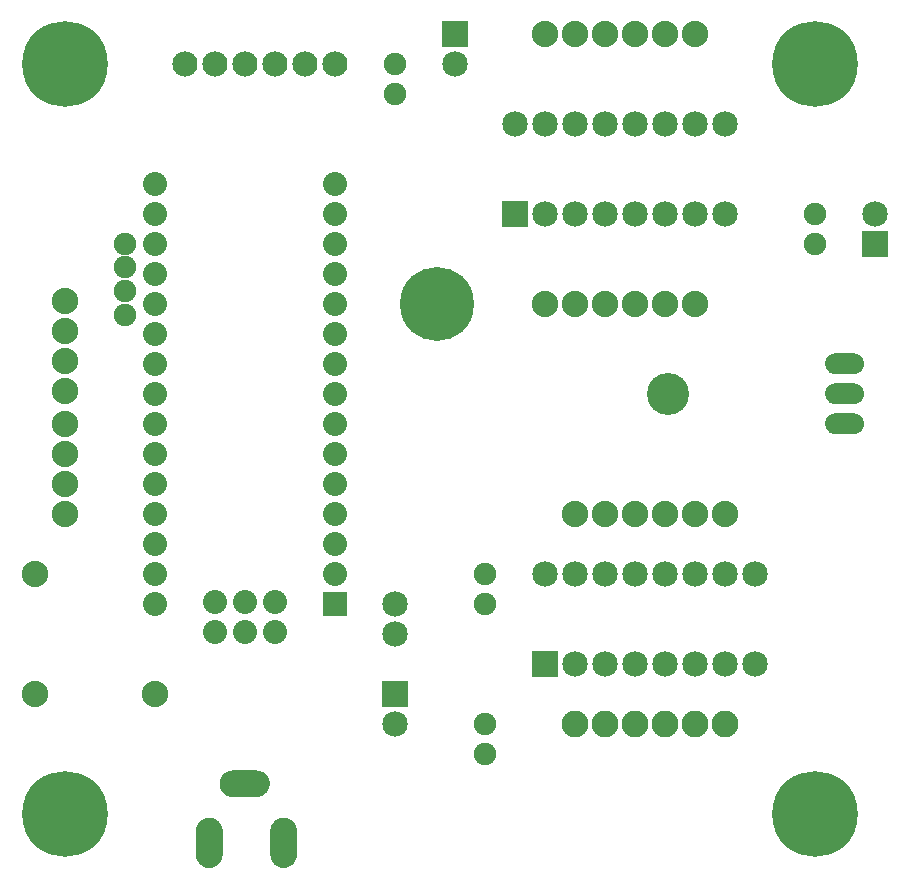
<source format=gbs>
G04 MADE WITH FRITZING*
G04 WWW.FRITZING.ORG*
G04 DOUBLE SIDED*
G04 HOLES PLATED*
G04 CONTOUR ON CENTER OF CONTOUR VECTOR*
%ASAXBY*%
%FSLAX23Y23*%
%MOIN*%
%OFA0B0*%
%SFA1.0B1.0*%
%ADD10C,0.088740*%
%ADD11C,0.285590*%
%ADD12C,0.246220*%
%ADD13C,0.088000*%
%ADD14C,0.075000*%
%ADD15C,0.085000*%
%ADD16C,0.089370*%
%ADD17C,0.070000*%
%ADD18C,0.140000*%
%ADD19C,0.080000*%
%ADD20C,0.084000*%
%ADD21R,0.085000X0.085000*%
%ADD22R,0.079958X0.080000*%
%ADD23C,0.030000*%
%ADD24R,0.001000X0.001000*%
%LNMASK0*%
G90*
G70*
G54D10*
X838Y301D03*
X1086Y301D03*
X956Y498D03*
G54D11*
X356Y2898D03*
G54D12*
X1595Y2098D03*
G54D11*
X2856Y2898D03*
X2856Y398D03*
X356Y398D03*
G54D13*
X356Y1398D03*
X356Y1498D03*
X356Y1598D03*
X356Y1698D03*
X356Y1398D03*
X356Y1498D03*
X356Y1598D03*
X356Y1698D03*
X356Y2108D03*
X356Y2008D03*
X356Y1908D03*
X356Y1808D03*
X256Y798D03*
X656Y798D03*
X256Y1198D03*
X256Y798D03*
G54D14*
X1756Y1198D03*
X1756Y1098D03*
X1456Y2798D03*
X1456Y2898D03*
X1756Y698D03*
X1756Y598D03*
X2856Y2298D03*
X2856Y2398D03*
G54D15*
X1656Y2998D03*
X1656Y2898D03*
X3056Y2298D03*
X3056Y2398D03*
X1456Y998D03*
X1456Y1098D03*
X1456Y798D03*
X1456Y698D03*
G54D16*
X2556Y698D03*
X2456Y698D03*
X2356Y698D03*
X2256Y698D03*
X2156Y698D03*
X2056Y698D03*
G54D13*
X2056Y1398D03*
X2156Y1398D03*
X2256Y1398D03*
X2356Y1398D03*
X2456Y1398D03*
X2556Y1398D03*
X2456Y2098D03*
X2356Y2098D03*
X2256Y2098D03*
X2156Y2098D03*
X2056Y2098D03*
X1956Y2098D03*
X1956Y2998D03*
X2056Y2998D03*
X2156Y2998D03*
X2256Y2998D03*
X2356Y2998D03*
X2456Y2998D03*
G54D17*
X2956Y1698D03*
X2956Y1798D03*
X2956Y1898D03*
G54D18*
X2366Y1798D03*
G54D19*
X1256Y1098D03*
X1256Y1198D03*
X1256Y1298D03*
X1256Y1398D03*
X1256Y1498D03*
X1256Y1598D03*
X1256Y1698D03*
X1256Y1798D03*
X1256Y1898D03*
X1256Y1998D03*
X1256Y2098D03*
X1256Y2198D03*
X1256Y2298D03*
X1256Y2398D03*
X1256Y2498D03*
X656Y1098D03*
X656Y1198D03*
X656Y1298D03*
X656Y1398D03*
X656Y1498D03*
X656Y1598D03*
X656Y1698D03*
X656Y1798D03*
X656Y1898D03*
X656Y1998D03*
X656Y2098D03*
X656Y2198D03*
X656Y2298D03*
X656Y2398D03*
X656Y2498D03*
X1056Y1003D03*
X1056Y1103D03*
X955Y1003D03*
X955Y1103D03*
X855Y1003D03*
X855Y1103D03*
G54D20*
X756Y2898D03*
X856Y2898D03*
X956Y2898D03*
X1056Y2898D03*
X1156Y2898D03*
X1256Y2898D03*
G54D15*
X1956Y898D03*
X1956Y1198D03*
X2056Y898D03*
X2056Y1198D03*
X2156Y898D03*
X2156Y1198D03*
X2256Y898D03*
X2256Y1198D03*
X2356Y898D03*
X2356Y1198D03*
X2456Y898D03*
X2456Y1198D03*
X2556Y898D03*
X2556Y1198D03*
X2656Y898D03*
X2656Y1198D03*
X1856Y2398D03*
X1856Y2698D03*
X1956Y2398D03*
X1956Y2698D03*
X2056Y2398D03*
X2056Y2698D03*
X2156Y2398D03*
X2156Y2698D03*
X2256Y2398D03*
X2256Y2698D03*
X2356Y2398D03*
X2356Y2698D03*
X2456Y2398D03*
X2456Y2698D03*
X2556Y2398D03*
X2556Y2698D03*
G54D14*
X556Y2298D03*
X556Y2220D03*
X556Y2141D03*
X556Y2062D03*
G54D21*
X1656Y2998D03*
X3056Y2298D03*
X1456Y798D03*
G54D22*
X1256Y1098D03*
G54D21*
X1956Y898D03*
X1856Y2398D03*
G54D23*
G36*
X1428Y1026D02*
X1483Y1026D01*
X1483Y971D01*
X1428Y971D01*
X1428Y1026D01*
G37*
D02*
G54D24*
X2920Y1933D02*
X2990Y1933D01*
X2915Y1932D02*
X2994Y1932D01*
X2913Y1931D02*
X2997Y1931D01*
X2910Y1930D02*
X2999Y1930D01*
X2908Y1929D02*
X3001Y1929D01*
X2907Y1928D02*
X3003Y1928D01*
X2905Y1927D02*
X3005Y1927D01*
X2904Y1926D02*
X3006Y1926D01*
X2903Y1925D02*
X3007Y1925D01*
X2901Y1924D02*
X3008Y1924D01*
X2900Y1923D02*
X3009Y1923D01*
X2899Y1922D02*
X3010Y1922D01*
X2899Y1921D02*
X3011Y1921D01*
X2898Y1920D02*
X3012Y1920D01*
X2897Y1919D02*
X3013Y1919D01*
X2896Y1918D02*
X3013Y1918D01*
X2896Y1917D02*
X3014Y1917D01*
X2895Y1916D02*
X3015Y1916D01*
X2895Y1915D02*
X3015Y1915D01*
X2894Y1914D02*
X3016Y1914D01*
X2894Y1913D02*
X2950Y1913D01*
X2959Y1913D02*
X3016Y1913D01*
X2893Y1912D02*
X2948Y1912D01*
X2962Y1912D02*
X3017Y1912D01*
X2893Y1911D02*
X2946Y1911D01*
X2964Y1911D02*
X3017Y1911D01*
X2892Y1910D02*
X2945Y1910D01*
X2965Y1910D02*
X3017Y1910D01*
X2892Y1909D02*
X2944Y1909D01*
X2966Y1909D02*
X3018Y1909D01*
X2892Y1908D02*
X2943Y1908D01*
X2967Y1908D02*
X3018Y1908D01*
X2892Y1907D02*
X2942Y1907D01*
X2968Y1907D02*
X3018Y1907D01*
X2891Y1906D02*
X2941Y1906D01*
X2968Y1906D02*
X3018Y1906D01*
X2891Y1905D02*
X2941Y1905D01*
X2969Y1905D02*
X3019Y1905D01*
X2891Y1904D02*
X2940Y1904D01*
X2969Y1904D02*
X3019Y1904D01*
X2891Y1903D02*
X2940Y1903D01*
X2970Y1903D02*
X3019Y1903D01*
X2891Y1902D02*
X2940Y1902D01*
X2970Y1902D02*
X3019Y1902D01*
X2891Y1901D02*
X2940Y1901D01*
X2970Y1901D02*
X3019Y1901D01*
X2890Y1900D02*
X2939Y1900D01*
X2970Y1900D02*
X3019Y1900D01*
X2890Y1899D02*
X2939Y1899D01*
X2970Y1899D02*
X3019Y1899D01*
X2890Y1898D02*
X2939Y1898D01*
X2970Y1898D02*
X3019Y1898D01*
X2890Y1897D02*
X2939Y1897D01*
X2970Y1897D02*
X3019Y1897D01*
X2891Y1896D02*
X2940Y1896D01*
X2970Y1896D02*
X3019Y1896D01*
X2891Y1895D02*
X2940Y1895D01*
X2970Y1895D02*
X3019Y1895D01*
X2891Y1894D02*
X2940Y1894D01*
X2970Y1894D02*
X3019Y1894D01*
X2891Y1893D02*
X2940Y1893D01*
X2969Y1893D02*
X3019Y1893D01*
X2891Y1892D02*
X2941Y1892D01*
X2969Y1892D02*
X3019Y1892D01*
X2891Y1891D02*
X2941Y1891D01*
X2968Y1891D02*
X3018Y1891D01*
X2892Y1890D02*
X2942Y1890D01*
X2968Y1890D02*
X3018Y1890D01*
X2892Y1889D02*
X2943Y1889D01*
X2967Y1889D02*
X3018Y1889D01*
X2892Y1888D02*
X2944Y1888D01*
X2966Y1888D02*
X3018Y1888D01*
X2892Y1887D02*
X2945Y1887D01*
X2965Y1887D02*
X3017Y1887D01*
X2893Y1886D02*
X2946Y1886D01*
X2964Y1886D02*
X3017Y1886D01*
X2893Y1885D02*
X2948Y1885D01*
X2962Y1885D02*
X3017Y1885D01*
X2894Y1884D02*
X2951Y1884D01*
X2959Y1884D02*
X3016Y1884D01*
X2894Y1883D02*
X3016Y1883D01*
X2895Y1882D02*
X3015Y1882D01*
X2895Y1881D02*
X3015Y1881D01*
X2896Y1880D02*
X3014Y1880D01*
X2896Y1879D02*
X3013Y1879D01*
X2897Y1878D02*
X3013Y1878D01*
X2898Y1877D02*
X3012Y1877D01*
X2899Y1876D02*
X3011Y1876D01*
X2900Y1875D02*
X3010Y1875D01*
X2900Y1874D02*
X3009Y1874D01*
X2902Y1873D02*
X3008Y1873D01*
X2903Y1872D02*
X3007Y1872D01*
X2904Y1871D02*
X3006Y1871D01*
X2905Y1870D02*
X3004Y1870D01*
X2907Y1869D02*
X3003Y1869D01*
X2908Y1868D02*
X3001Y1868D01*
X2910Y1867D02*
X2999Y1867D01*
X2913Y1866D02*
X2997Y1866D01*
X2916Y1865D02*
X2994Y1865D01*
X2920Y1864D02*
X2989Y1864D01*
X2920Y1833D02*
X2990Y1833D01*
X2915Y1832D02*
X2994Y1832D01*
X2913Y1831D02*
X2997Y1831D01*
X2910Y1830D02*
X2999Y1830D01*
X2908Y1829D02*
X3001Y1829D01*
X2907Y1828D02*
X3003Y1828D01*
X2905Y1827D02*
X3005Y1827D01*
X2904Y1826D02*
X3006Y1826D01*
X2903Y1825D02*
X3007Y1825D01*
X2901Y1824D02*
X3008Y1824D01*
X2900Y1823D02*
X3009Y1823D01*
X2899Y1822D02*
X3010Y1822D01*
X2899Y1821D02*
X3011Y1821D01*
X2898Y1820D02*
X3012Y1820D01*
X2897Y1819D02*
X3013Y1819D01*
X2896Y1818D02*
X3013Y1818D01*
X2896Y1817D02*
X3014Y1817D01*
X2895Y1816D02*
X3015Y1816D01*
X2895Y1815D02*
X3015Y1815D01*
X2894Y1814D02*
X3016Y1814D01*
X2894Y1813D02*
X2950Y1813D01*
X2959Y1813D02*
X3016Y1813D01*
X2893Y1812D02*
X2948Y1812D01*
X2962Y1812D02*
X3017Y1812D01*
X2893Y1811D02*
X2946Y1811D01*
X2964Y1811D02*
X3017Y1811D01*
X2892Y1810D02*
X2945Y1810D01*
X2965Y1810D02*
X3017Y1810D01*
X2892Y1809D02*
X2944Y1809D01*
X2966Y1809D02*
X3018Y1809D01*
X2892Y1808D02*
X2943Y1808D01*
X2967Y1808D02*
X3018Y1808D01*
X2892Y1807D02*
X2942Y1807D01*
X2968Y1807D02*
X3018Y1807D01*
X2891Y1806D02*
X2941Y1806D01*
X2968Y1806D02*
X3018Y1806D01*
X2891Y1805D02*
X2941Y1805D01*
X2969Y1805D02*
X3019Y1805D01*
X2891Y1804D02*
X2940Y1804D01*
X2969Y1804D02*
X3019Y1804D01*
X2891Y1803D02*
X2940Y1803D01*
X2970Y1803D02*
X3019Y1803D01*
X2891Y1802D02*
X2940Y1802D01*
X2970Y1802D02*
X3019Y1802D01*
X2891Y1801D02*
X2940Y1801D01*
X2970Y1801D02*
X3019Y1801D01*
X2890Y1800D02*
X2939Y1800D01*
X2970Y1800D02*
X3019Y1800D01*
X2890Y1799D02*
X2939Y1799D01*
X2970Y1799D02*
X3019Y1799D01*
X2890Y1798D02*
X2939Y1798D01*
X2970Y1798D02*
X3019Y1798D01*
X2890Y1797D02*
X2940Y1797D01*
X2970Y1797D02*
X3019Y1797D01*
X2891Y1796D02*
X2940Y1796D01*
X2970Y1796D02*
X3019Y1796D01*
X2891Y1795D02*
X2940Y1795D01*
X2970Y1795D02*
X3019Y1795D01*
X2891Y1794D02*
X2940Y1794D01*
X2970Y1794D02*
X3019Y1794D01*
X2891Y1793D02*
X2940Y1793D01*
X2969Y1793D02*
X3019Y1793D01*
X2891Y1792D02*
X2941Y1792D01*
X2969Y1792D02*
X3019Y1792D01*
X2891Y1791D02*
X2941Y1791D01*
X2968Y1791D02*
X3018Y1791D01*
X2892Y1790D02*
X2942Y1790D01*
X2968Y1790D02*
X3018Y1790D01*
X2892Y1789D02*
X2943Y1789D01*
X2967Y1789D02*
X3018Y1789D01*
X2892Y1788D02*
X2944Y1788D01*
X2966Y1788D02*
X3018Y1788D01*
X2892Y1787D02*
X2945Y1787D01*
X2965Y1787D02*
X3017Y1787D01*
X2893Y1786D02*
X2946Y1786D01*
X2964Y1786D02*
X3017Y1786D01*
X2893Y1785D02*
X2948Y1785D01*
X2962Y1785D02*
X3017Y1785D01*
X2894Y1784D02*
X2951Y1784D01*
X2959Y1784D02*
X3016Y1784D01*
X2894Y1783D02*
X3016Y1783D01*
X2895Y1782D02*
X3015Y1782D01*
X2895Y1781D02*
X3015Y1781D01*
X2896Y1780D02*
X3014Y1780D01*
X2896Y1779D02*
X3013Y1779D01*
X2897Y1778D02*
X3013Y1778D01*
X2898Y1777D02*
X3012Y1777D01*
X2899Y1776D02*
X3011Y1776D01*
X2900Y1775D02*
X3010Y1775D01*
X2900Y1774D02*
X3009Y1774D01*
X2902Y1773D02*
X3008Y1773D01*
X2903Y1772D02*
X3007Y1772D01*
X2904Y1771D02*
X3006Y1771D01*
X2905Y1770D02*
X3004Y1770D01*
X2907Y1769D02*
X3003Y1769D01*
X2908Y1768D02*
X3001Y1768D01*
X2911Y1767D02*
X2999Y1767D01*
X2913Y1766D02*
X2997Y1766D01*
X2916Y1765D02*
X2994Y1765D01*
X2920Y1764D02*
X2989Y1764D01*
X2920Y1733D02*
X2990Y1733D01*
X2915Y1732D02*
X2994Y1732D01*
X2913Y1731D02*
X2997Y1731D01*
X2910Y1730D02*
X2999Y1730D01*
X2908Y1729D02*
X3001Y1729D01*
X2907Y1728D02*
X3003Y1728D01*
X2905Y1727D02*
X3005Y1727D01*
X2904Y1726D02*
X3006Y1726D01*
X2902Y1725D02*
X3007Y1725D01*
X2901Y1724D02*
X3008Y1724D01*
X2900Y1723D02*
X3009Y1723D01*
X2899Y1722D02*
X3010Y1722D01*
X2899Y1721D02*
X3011Y1721D01*
X2898Y1720D02*
X3012Y1720D01*
X2897Y1719D02*
X3013Y1719D01*
X2896Y1718D02*
X3013Y1718D01*
X2896Y1717D02*
X3014Y1717D01*
X2895Y1716D02*
X3015Y1716D01*
X2895Y1715D02*
X3015Y1715D01*
X2894Y1714D02*
X3016Y1714D01*
X2894Y1713D02*
X2950Y1713D01*
X2959Y1713D02*
X3016Y1713D01*
X2893Y1712D02*
X2948Y1712D01*
X2962Y1712D02*
X3017Y1712D01*
X2893Y1711D02*
X2946Y1711D01*
X2964Y1711D02*
X3017Y1711D01*
X2892Y1710D02*
X2945Y1710D01*
X2965Y1710D02*
X3017Y1710D01*
X2892Y1709D02*
X2944Y1709D01*
X2966Y1709D02*
X3018Y1709D01*
X2892Y1708D02*
X2943Y1708D01*
X2967Y1708D02*
X3018Y1708D01*
X2892Y1707D02*
X2942Y1707D01*
X2968Y1707D02*
X3018Y1707D01*
X2891Y1706D02*
X2941Y1706D01*
X2968Y1706D02*
X3018Y1706D01*
X2891Y1705D02*
X2941Y1705D01*
X2969Y1705D02*
X3019Y1705D01*
X2891Y1704D02*
X2940Y1704D01*
X2969Y1704D02*
X3019Y1704D01*
X2891Y1703D02*
X2940Y1703D01*
X2970Y1703D02*
X3019Y1703D01*
X2891Y1702D02*
X2940Y1702D01*
X2970Y1702D02*
X3019Y1702D01*
X2891Y1701D02*
X2940Y1701D01*
X2970Y1701D02*
X3019Y1701D01*
X2890Y1700D02*
X2939Y1700D01*
X2970Y1700D02*
X3019Y1700D01*
X2890Y1699D02*
X2939Y1699D01*
X2970Y1699D02*
X3019Y1699D01*
X2890Y1698D02*
X2939Y1698D01*
X2970Y1698D02*
X3019Y1698D01*
X2890Y1697D02*
X2940Y1697D01*
X2970Y1697D02*
X3019Y1697D01*
X2891Y1696D02*
X2940Y1696D01*
X2970Y1696D02*
X3019Y1696D01*
X2891Y1695D02*
X2940Y1695D01*
X2970Y1695D02*
X3019Y1695D01*
X2891Y1694D02*
X2940Y1694D01*
X2970Y1694D02*
X3019Y1694D01*
X2891Y1693D02*
X2940Y1693D01*
X2969Y1693D02*
X3019Y1693D01*
X2891Y1692D02*
X2941Y1692D01*
X2969Y1692D02*
X3019Y1692D01*
X2891Y1691D02*
X2941Y1691D01*
X2968Y1691D02*
X3018Y1691D01*
X2892Y1690D02*
X2942Y1690D01*
X2968Y1690D02*
X3018Y1690D01*
X2892Y1689D02*
X2943Y1689D01*
X2967Y1689D02*
X3018Y1689D01*
X2892Y1688D02*
X2944Y1688D01*
X2966Y1688D02*
X3018Y1688D01*
X2892Y1687D02*
X2945Y1687D01*
X2965Y1687D02*
X3017Y1687D01*
X2893Y1686D02*
X2946Y1686D01*
X2964Y1686D02*
X3017Y1686D01*
X2893Y1685D02*
X2948Y1685D01*
X2962Y1685D02*
X3017Y1685D01*
X2894Y1684D02*
X2951Y1684D01*
X2959Y1684D02*
X3016Y1684D01*
X2894Y1683D02*
X3016Y1683D01*
X2895Y1682D02*
X3015Y1682D01*
X2895Y1681D02*
X3015Y1681D01*
X2896Y1680D02*
X3014Y1680D01*
X2896Y1679D02*
X3013Y1679D01*
X2897Y1678D02*
X3013Y1678D01*
X2898Y1677D02*
X3012Y1677D01*
X2899Y1676D02*
X3011Y1676D01*
X2900Y1675D02*
X3010Y1675D01*
X2900Y1674D02*
X3009Y1674D01*
X2902Y1673D02*
X3008Y1673D01*
X2903Y1672D02*
X3007Y1672D01*
X2904Y1671D02*
X3006Y1671D01*
X2905Y1670D02*
X3004Y1670D01*
X2907Y1669D02*
X3003Y1669D01*
X2909Y1668D02*
X3001Y1668D01*
X2911Y1667D02*
X2999Y1667D01*
X2913Y1666D02*
X2997Y1666D01*
X2916Y1665D02*
X2994Y1665D01*
X2920Y1664D02*
X2989Y1664D01*
X914Y543D02*
X996Y543D01*
X907Y542D02*
X1003Y542D01*
X903Y541D02*
X1007Y541D01*
X900Y540D02*
X1010Y540D01*
X898Y539D02*
X1012Y539D01*
X896Y538D02*
X1014Y538D01*
X894Y537D02*
X1016Y537D01*
X892Y536D02*
X1018Y536D01*
X891Y535D02*
X1019Y535D01*
X889Y534D02*
X1021Y534D01*
X888Y533D02*
X1022Y533D01*
X887Y532D02*
X1023Y532D01*
X886Y531D02*
X1024Y531D01*
X885Y530D02*
X1025Y530D01*
X884Y529D02*
X1026Y529D01*
X883Y528D02*
X1027Y528D01*
X882Y527D02*
X1028Y527D01*
X881Y526D02*
X1029Y526D01*
X881Y525D02*
X1030Y525D01*
X880Y524D02*
X1030Y524D01*
X879Y523D02*
X1031Y523D01*
X879Y522D02*
X1032Y522D01*
X878Y521D02*
X1032Y521D01*
X877Y520D02*
X1033Y520D01*
X877Y519D02*
X1033Y519D01*
X876Y518D02*
X1034Y518D01*
X876Y517D02*
X1034Y517D01*
X876Y516D02*
X1035Y516D01*
X875Y515D02*
X1035Y515D01*
X875Y514D02*
X1036Y514D01*
X874Y513D02*
X951Y513D01*
X959Y513D02*
X1036Y513D01*
X874Y512D02*
X948Y512D01*
X962Y512D02*
X1036Y512D01*
X874Y511D02*
X947Y511D01*
X964Y511D02*
X1037Y511D01*
X873Y510D02*
X945Y510D01*
X965Y510D02*
X1037Y510D01*
X873Y509D02*
X944Y509D01*
X966Y509D02*
X1037Y509D01*
X873Y508D02*
X943Y508D01*
X967Y508D02*
X1037Y508D01*
X873Y507D02*
X942Y507D01*
X968Y507D02*
X1038Y507D01*
X873Y506D02*
X942Y506D01*
X968Y506D02*
X1038Y506D01*
X872Y505D02*
X941Y505D01*
X969Y505D02*
X1038Y505D01*
X872Y504D02*
X941Y504D01*
X969Y504D02*
X1038Y504D01*
X872Y503D02*
X941Y503D01*
X970Y503D02*
X1038Y503D01*
X872Y502D02*
X940Y502D01*
X970Y502D02*
X1038Y502D01*
X872Y501D02*
X940Y501D01*
X970Y501D02*
X1038Y501D01*
X872Y500D02*
X940Y500D01*
X970Y500D02*
X1038Y500D01*
X872Y499D02*
X940Y499D01*
X970Y499D02*
X1038Y499D01*
X872Y498D02*
X940Y498D01*
X970Y498D02*
X1038Y498D01*
X872Y497D02*
X940Y497D01*
X970Y497D02*
X1038Y497D01*
X872Y496D02*
X940Y496D01*
X970Y496D02*
X1038Y496D01*
X872Y495D02*
X940Y495D01*
X970Y495D02*
X1038Y495D01*
X872Y494D02*
X941Y494D01*
X970Y494D02*
X1038Y494D01*
X872Y493D02*
X941Y493D01*
X969Y493D02*
X1038Y493D01*
X873Y492D02*
X942Y492D01*
X969Y492D02*
X1038Y492D01*
X873Y491D02*
X942Y491D01*
X968Y491D02*
X1038Y491D01*
X873Y490D02*
X943Y490D01*
X967Y490D02*
X1037Y490D01*
X873Y489D02*
X944Y489D01*
X967Y489D02*
X1037Y489D01*
X873Y488D02*
X945Y488D01*
X966Y488D02*
X1037Y488D01*
X874Y487D02*
X946Y487D01*
X964Y487D02*
X1037Y487D01*
X874Y486D02*
X947Y486D01*
X963Y486D02*
X1036Y486D01*
X874Y485D02*
X949Y485D01*
X961Y485D02*
X1036Y485D01*
X875Y484D02*
X1036Y484D01*
X875Y483D02*
X1035Y483D01*
X875Y482D02*
X1035Y482D01*
X876Y481D02*
X1035Y481D01*
X876Y480D02*
X1034Y480D01*
X877Y479D02*
X1034Y479D01*
X877Y478D02*
X1033Y478D01*
X878Y477D02*
X1033Y477D01*
X878Y476D02*
X1032Y476D01*
X879Y475D02*
X1031Y475D01*
X880Y474D02*
X1031Y474D01*
X880Y473D02*
X1030Y473D01*
X881Y472D02*
X1029Y472D01*
X882Y471D02*
X1029Y471D01*
X883Y470D02*
X1028Y470D01*
X883Y469D02*
X1027Y469D01*
X884Y468D02*
X1026Y468D01*
X885Y467D02*
X1025Y467D01*
X886Y466D02*
X1024Y466D01*
X888Y465D02*
X1023Y465D01*
X889Y464D02*
X1021Y464D01*
X890Y463D02*
X1020Y463D01*
X891Y462D02*
X1019Y462D01*
X893Y461D02*
X1017Y461D01*
X895Y460D02*
X1015Y460D01*
X897Y459D02*
X1013Y459D01*
X899Y458D02*
X1011Y458D01*
X902Y457D02*
X1009Y457D01*
X905Y456D02*
X1006Y456D01*
X909Y455D02*
X1001Y455D01*
X831Y385D02*
X844Y385D01*
X1079Y385D02*
X1092Y385D01*
X826Y384D02*
X848Y384D01*
X1074Y384D02*
X1096Y384D01*
X823Y383D02*
X851Y383D01*
X1071Y383D02*
X1099Y383D01*
X820Y382D02*
X854Y382D01*
X1068Y382D02*
X1102Y382D01*
X818Y381D02*
X856Y381D01*
X1066Y381D02*
X1104Y381D01*
X816Y380D02*
X858Y380D01*
X1064Y380D02*
X1106Y380D01*
X814Y379D02*
X860Y379D01*
X1062Y379D02*
X1108Y379D01*
X813Y378D02*
X861Y378D01*
X1061Y378D02*
X1109Y378D01*
X811Y377D02*
X863Y377D01*
X1059Y377D02*
X1111Y377D01*
X810Y376D02*
X864Y376D01*
X1058Y376D02*
X1112Y376D01*
X809Y375D02*
X865Y375D01*
X1057Y375D02*
X1113Y375D01*
X808Y374D02*
X866Y374D01*
X1056Y374D02*
X1114Y374D01*
X807Y373D02*
X868Y373D01*
X1055Y373D02*
X1116Y373D01*
X806Y372D02*
X868Y372D01*
X1054Y372D02*
X1116Y372D01*
X805Y371D02*
X869Y371D01*
X1053Y371D02*
X1117Y371D01*
X804Y370D02*
X870Y370D01*
X1052Y370D02*
X1118Y370D01*
X803Y369D02*
X871Y369D01*
X1051Y369D02*
X1119Y369D01*
X802Y368D02*
X872Y368D01*
X1050Y368D02*
X1120Y368D01*
X801Y367D02*
X873Y367D01*
X1049Y367D02*
X1121Y367D01*
X801Y366D02*
X873Y366D01*
X1049Y366D02*
X1121Y366D01*
X800Y365D02*
X874Y365D01*
X1048Y365D02*
X1122Y365D01*
X800Y364D02*
X875Y364D01*
X1048Y364D02*
X1123Y364D01*
X799Y363D02*
X875Y363D01*
X1047Y363D02*
X1123Y363D01*
X798Y362D02*
X876Y362D01*
X1046Y362D02*
X1124Y362D01*
X798Y361D02*
X876Y361D01*
X1046Y361D02*
X1124Y361D01*
X797Y360D02*
X877Y360D01*
X1045Y360D02*
X1125Y360D01*
X797Y359D02*
X877Y359D01*
X1045Y359D02*
X1125Y359D01*
X797Y358D02*
X878Y358D01*
X1045Y358D02*
X1126Y358D01*
X796Y357D02*
X878Y357D01*
X1044Y357D02*
X1126Y357D01*
X796Y356D02*
X878Y356D01*
X1044Y356D02*
X1126Y356D01*
X795Y355D02*
X879Y355D01*
X1043Y355D02*
X1127Y355D01*
X795Y354D02*
X879Y354D01*
X1043Y354D02*
X1127Y354D01*
X795Y353D02*
X879Y353D01*
X1043Y353D02*
X1127Y353D01*
X795Y352D02*
X879Y352D01*
X1043Y352D02*
X1127Y352D01*
X794Y351D02*
X880Y351D01*
X1042Y351D02*
X1128Y351D01*
X794Y350D02*
X880Y350D01*
X1042Y350D02*
X1128Y350D01*
X794Y349D02*
X880Y349D01*
X1042Y349D02*
X1128Y349D01*
X794Y348D02*
X880Y348D01*
X1042Y348D02*
X1128Y348D01*
X794Y347D02*
X880Y347D01*
X1042Y347D02*
X1128Y347D01*
X793Y346D02*
X881Y346D01*
X1041Y346D02*
X1129Y346D01*
X793Y345D02*
X881Y345D01*
X1041Y345D02*
X1129Y345D01*
X793Y344D02*
X881Y344D01*
X1041Y344D02*
X1129Y344D01*
X793Y343D02*
X881Y343D01*
X1041Y343D02*
X1129Y343D01*
X793Y342D02*
X881Y342D01*
X1041Y342D02*
X1129Y342D01*
X793Y341D02*
X881Y341D01*
X1041Y341D02*
X1129Y341D01*
X793Y340D02*
X881Y340D01*
X1041Y340D02*
X1129Y340D01*
X793Y339D02*
X881Y339D01*
X1041Y339D02*
X1129Y339D01*
X793Y338D02*
X881Y338D01*
X1041Y338D02*
X1129Y338D01*
X793Y337D02*
X881Y337D01*
X1041Y337D02*
X1129Y337D01*
X793Y336D02*
X881Y336D01*
X1041Y336D02*
X1129Y336D01*
X793Y335D02*
X881Y335D01*
X1041Y335D02*
X1129Y335D01*
X793Y334D02*
X881Y334D01*
X1041Y334D02*
X1129Y334D01*
X793Y333D02*
X881Y333D01*
X1041Y333D02*
X1129Y333D01*
X793Y332D02*
X881Y332D01*
X1041Y332D02*
X1129Y332D01*
X793Y331D02*
X881Y331D01*
X1041Y331D02*
X1129Y331D01*
X793Y330D02*
X881Y330D01*
X1041Y330D02*
X1129Y330D01*
X793Y329D02*
X881Y329D01*
X1041Y329D02*
X1129Y329D01*
X793Y328D02*
X881Y328D01*
X1041Y328D02*
X1129Y328D01*
X793Y327D02*
X881Y327D01*
X1041Y327D02*
X1129Y327D01*
X793Y326D02*
X881Y326D01*
X1041Y326D02*
X1129Y326D01*
X793Y325D02*
X881Y325D01*
X1041Y325D02*
X1129Y325D01*
X793Y324D02*
X881Y324D01*
X1041Y324D02*
X1129Y324D01*
X793Y323D02*
X881Y323D01*
X1041Y323D02*
X1129Y323D01*
X793Y322D02*
X881Y322D01*
X1041Y322D02*
X1129Y322D01*
X793Y321D02*
X881Y321D01*
X1041Y321D02*
X1129Y321D01*
X793Y320D02*
X881Y320D01*
X1041Y320D02*
X1129Y320D01*
X793Y319D02*
X881Y319D01*
X1041Y319D02*
X1129Y319D01*
X793Y318D02*
X881Y318D01*
X1041Y318D02*
X1129Y318D01*
X793Y317D02*
X881Y317D01*
X1041Y317D02*
X1129Y317D01*
X793Y316D02*
X832Y316D01*
X842Y316D02*
X881Y316D01*
X1041Y316D02*
X1080Y316D01*
X1090Y316D02*
X1129Y316D01*
X793Y315D02*
X830Y315D01*
X844Y315D02*
X881Y315D01*
X1041Y315D02*
X1078Y315D01*
X1092Y315D02*
X1129Y315D01*
X793Y314D02*
X828Y314D01*
X846Y314D02*
X881Y314D01*
X1041Y314D02*
X1076Y314D01*
X1094Y314D02*
X1129Y314D01*
X793Y313D02*
X827Y313D01*
X847Y313D02*
X881Y313D01*
X1041Y313D02*
X1075Y313D01*
X1095Y313D02*
X1129Y313D01*
X793Y312D02*
X826Y312D01*
X848Y312D02*
X881Y312D01*
X1041Y312D02*
X1074Y312D01*
X1096Y312D02*
X1129Y312D01*
X793Y311D02*
X825Y311D01*
X849Y311D02*
X881Y311D01*
X1041Y311D02*
X1073Y311D01*
X1097Y311D02*
X1129Y311D01*
X793Y310D02*
X824Y310D01*
X850Y310D02*
X881Y310D01*
X1041Y310D02*
X1072Y310D01*
X1098Y310D02*
X1129Y310D01*
X793Y309D02*
X824Y309D01*
X850Y309D02*
X881Y309D01*
X1041Y309D02*
X1072Y309D01*
X1098Y309D02*
X1129Y309D01*
X793Y308D02*
X823Y308D01*
X851Y308D02*
X881Y308D01*
X1041Y308D02*
X1071Y308D01*
X1099Y308D02*
X1129Y308D01*
X793Y307D02*
X823Y307D01*
X851Y307D02*
X881Y307D01*
X1041Y307D02*
X1071Y307D01*
X1099Y307D02*
X1129Y307D01*
X793Y306D02*
X822Y306D01*
X852Y306D02*
X881Y306D01*
X1041Y306D02*
X1070Y306D01*
X1100Y306D02*
X1129Y306D01*
X793Y305D02*
X822Y305D01*
X852Y305D02*
X881Y305D01*
X1041Y305D02*
X1070Y305D01*
X1100Y305D02*
X1129Y305D01*
X793Y304D02*
X822Y304D01*
X852Y304D02*
X881Y304D01*
X1041Y304D02*
X1070Y304D01*
X1100Y304D02*
X1129Y304D01*
X793Y303D02*
X822Y303D01*
X852Y303D02*
X881Y303D01*
X1041Y303D02*
X1070Y303D01*
X1100Y303D02*
X1129Y303D01*
X793Y302D02*
X822Y302D01*
X852Y302D02*
X881Y302D01*
X1041Y302D02*
X1070Y302D01*
X1100Y302D02*
X1129Y302D01*
X793Y301D02*
X822Y301D01*
X852Y301D02*
X881Y301D01*
X1041Y301D02*
X1070Y301D01*
X1100Y301D02*
X1129Y301D01*
X793Y300D02*
X822Y300D01*
X852Y300D02*
X881Y300D01*
X1041Y300D02*
X1070Y300D01*
X1100Y300D02*
X1129Y300D01*
X793Y299D02*
X822Y299D01*
X852Y299D02*
X881Y299D01*
X1041Y299D02*
X1070Y299D01*
X1100Y299D02*
X1129Y299D01*
X793Y298D02*
X822Y298D01*
X852Y298D02*
X881Y298D01*
X1041Y298D02*
X1070Y298D01*
X1100Y298D02*
X1129Y298D01*
X793Y297D02*
X823Y297D01*
X851Y297D02*
X881Y297D01*
X1041Y297D02*
X1071Y297D01*
X1099Y297D02*
X1129Y297D01*
X793Y296D02*
X823Y296D01*
X851Y296D02*
X881Y296D01*
X1041Y296D02*
X1071Y296D01*
X1099Y296D02*
X1129Y296D01*
X793Y295D02*
X824Y295D01*
X851Y295D02*
X881Y295D01*
X1041Y295D02*
X1072Y295D01*
X1098Y295D02*
X1129Y295D01*
X793Y294D02*
X824Y294D01*
X850Y294D02*
X881Y294D01*
X1041Y294D02*
X1072Y294D01*
X1098Y294D02*
X1129Y294D01*
X793Y293D02*
X825Y293D01*
X849Y293D02*
X881Y293D01*
X1041Y293D02*
X1073Y293D01*
X1097Y293D02*
X1129Y293D01*
X793Y292D02*
X826Y292D01*
X848Y292D02*
X881Y292D01*
X1041Y292D02*
X1074Y292D01*
X1096Y292D02*
X1129Y292D01*
X793Y291D02*
X827Y291D01*
X847Y291D02*
X881Y291D01*
X1041Y291D02*
X1075Y291D01*
X1095Y291D02*
X1129Y291D01*
X793Y290D02*
X828Y290D01*
X846Y290D02*
X881Y290D01*
X1041Y290D02*
X1076Y290D01*
X1094Y290D02*
X1129Y290D01*
X793Y289D02*
X830Y289D01*
X845Y289D02*
X881Y289D01*
X1041Y289D02*
X1078Y289D01*
X1093Y289D02*
X1129Y289D01*
X793Y288D02*
X832Y288D01*
X842Y288D02*
X881Y288D01*
X1041Y288D02*
X1080Y288D01*
X1090Y288D02*
X1129Y288D01*
X793Y287D02*
X881Y287D01*
X1041Y287D02*
X1129Y287D01*
X793Y286D02*
X881Y286D01*
X1041Y286D02*
X1129Y286D01*
X793Y285D02*
X881Y285D01*
X1041Y285D02*
X1129Y285D01*
X793Y284D02*
X881Y284D01*
X1041Y284D02*
X1129Y284D01*
X793Y283D02*
X881Y283D01*
X1041Y283D02*
X1129Y283D01*
X793Y282D02*
X881Y282D01*
X1041Y282D02*
X1129Y282D01*
X793Y281D02*
X881Y281D01*
X1041Y281D02*
X1129Y281D01*
X793Y280D02*
X881Y280D01*
X1041Y280D02*
X1129Y280D01*
X793Y279D02*
X881Y279D01*
X1041Y279D02*
X1129Y279D01*
X793Y278D02*
X881Y278D01*
X1041Y278D02*
X1129Y278D01*
X793Y277D02*
X881Y277D01*
X1041Y277D02*
X1129Y277D01*
X793Y276D02*
X881Y276D01*
X1041Y276D02*
X1129Y276D01*
X793Y275D02*
X881Y275D01*
X1041Y275D02*
X1129Y275D01*
X793Y274D02*
X881Y274D01*
X1041Y274D02*
X1129Y274D01*
X793Y273D02*
X881Y273D01*
X1041Y273D02*
X1129Y273D01*
X793Y272D02*
X881Y272D01*
X1041Y272D02*
X1129Y272D01*
X793Y271D02*
X881Y271D01*
X1041Y271D02*
X1129Y271D01*
X793Y270D02*
X881Y270D01*
X1041Y270D02*
X1129Y270D01*
X793Y269D02*
X881Y269D01*
X1041Y269D02*
X1129Y269D01*
X793Y268D02*
X881Y268D01*
X1041Y268D02*
X1129Y268D01*
X793Y267D02*
X881Y267D01*
X1041Y267D02*
X1129Y267D01*
X793Y266D02*
X881Y266D01*
X1041Y266D02*
X1129Y266D01*
X793Y265D02*
X881Y265D01*
X1041Y265D02*
X1129Y265D01*
X793Y264D02*
X881Y264D01*
X1041Y264D02*
X1129Y264D01*
X793Y263D02*
X881Y263D01*
X1041Y263D02*
X1129Y263D01*
X793Y262D02*
X881Y262D01*
X1041Y262D02*
X1129Y262D01*
X793Y261D02*
X881Y261D01*
X1041Y261D02*
X1129Y261D01*
X793Y260D02*
X881Y260D01*
X1041Y260D02*
X1129Y260D01*
X793Y259D02*
X881Y259D01*
X1041Y259D02*
X1129Y259D01*
X793Y258D02*
X881Y258D01*
X1041Y258D02*
X1129Y258D01*
X794Y257D02*
X880Y257D01*
X1042Y257D02*
X1128Y257D01*
X794Y256D02*
X880Y256D01*
X1042Y256D02*
X1128Y256D01*
X794Y255D02*
X880Y255D01*
X1042Y255D02*
X1128Y255D01*
X794Y254D02*
X880Y254D01*
X1042Y254D02*
X1128Y254D01*
X794Y253D02*
X880Y253D01*
X1042Y253D02*
X1128Y253D01*
X795Y252D02*
X880Y252D01*
X1043Y252D02*
X1128Y252D01*
X795Y251D02*
X879Y251D01*
X1043Y251D02*
X1127Y251D01*
X795Y250D02*
X879Y250D01*
X1043Y250D02*
X1127Y250D01*
X795Y249D02*
X879Y249D01*
X1043Y249D02*
X1127Y249D01*
X796Y248D02*
X878Y248D01*
X1044Y248D02*
X1126Y248D01*
X796Y247D02*
X878Y247D01*
X1044Y247D02*
X1126Y247D01*
X796Y246D02*
X878Y246D01*
X1044Y246D02*
X1126Y246D01*
X797Y245D02*
X877Y245D01*
X1045Y245D02*
X1125Y245D01*
X797Y244D02*
X877Y244D01*
X1045Y244D02*
X1125Y244D01*
X798Y243D02*
X876Y243D01*
X1046Y243D02*
X1124Y243D01*
X798Y242D02*
X876Y242D01*
X1046Y242D02*
X1124Y242D01*
X799Y241D02*
X875Y241D01*
X1047Y241D02*
X1123Y241D01*
X799Y240D02*
X875Y240D01*
X1047Y240D02*
X1123Y240D01*
X800Y239D02*
X874Y239D01*
X1048Y239D02*
X1122Y239D01*
X801Y238D02*
X873Y238D01*
X1049Y238D02*
X1121Y238D01*
X801Y237D02*
X873Y237D01*
X1049Y237D02*
X1121Y237D01*
X802Y236D02*
X872Y236D01*
X1050Y236D02*
X1120Y236D01*
X803Y235D02*
X871Y235D01*
X1051Y235D02*
X1119Y235D01*
X804Y234D02*
X870Y234D01*
X1052Y234D02*
X1118Y234D01*
X805Y233D02*
X870Y233D01*
X1053Y233D02*
X1118Y233D01*
X805Y232D02*
X869Y232D01*
X1053Y232D02*
X1117Y232D01*
X806Y231D02*
X868Y231D01*
X1054Y231D02*
X1116Y231D01*
X807Y230D02*
X867Y230D01*
X1055Y230D02*
X1115Y230D01*
X809Y229D02*
X865Y229D01*
X1057Y229D02*
X1113Y229D01*
X810Y228D02*
X864Y228D01*
X1058Y228D02*
X1112Y228D01*
X811Y227D02*
X863Y227D01*
X1059Y227D02*
X1111Y227D01*
X812Y226D02*
X862Y226D01*
X1060Y226D02*
X1110Y226D01*
X814Y225D02*
X860Y225D01*
X1062Y225D02*
X1108Y225D01*
X816Y224D02*
X858Y224D01*
X1064Y224D02*
X1106Y224D01*
X818Y223D02*
X856Y223D01*
X1066Y223D02*
X1104Y223D01*
X820Y222D02*
X854Y222D01*
X1068Y222D02*
X1102Y222D01*
X822Y221D02*
X852Y221D01*
X1070Y221D02*
X1100Y221D01*
X825Y220D02*
X849Y220D01*
X1073Y220D02*
X1097Y220D01*
X829Y219D02*
X845Y219D01*
X1077Y219D02*
X1093Y219D01*
D02*
G04 End of Mask0*
M02*
</source>
